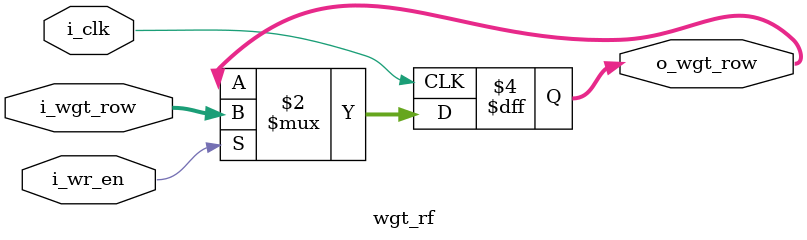
<source format=v>

module wgt_rf
#(parameter
  DATA_WIDTH = 8,
	ROW_NUM = 6,
  ROW_WGT_WIDTH = DATA_WIDTH*ROW_NUM
	)
(
  input i_clk, 
  input i_wr_en,
  input [ROW_WGT_WIDTH-1:0] i_wgt_row,  

  output reg [ROW_WGT_WIDTH-1:0] o_wgt_row
);


  // Write behavior
  always @ (posedge i_clk) begin
    if(i_wr_en) begin
      o_wgt_row <= i_wgt_row;
    end
  end

endmodule
</source>
